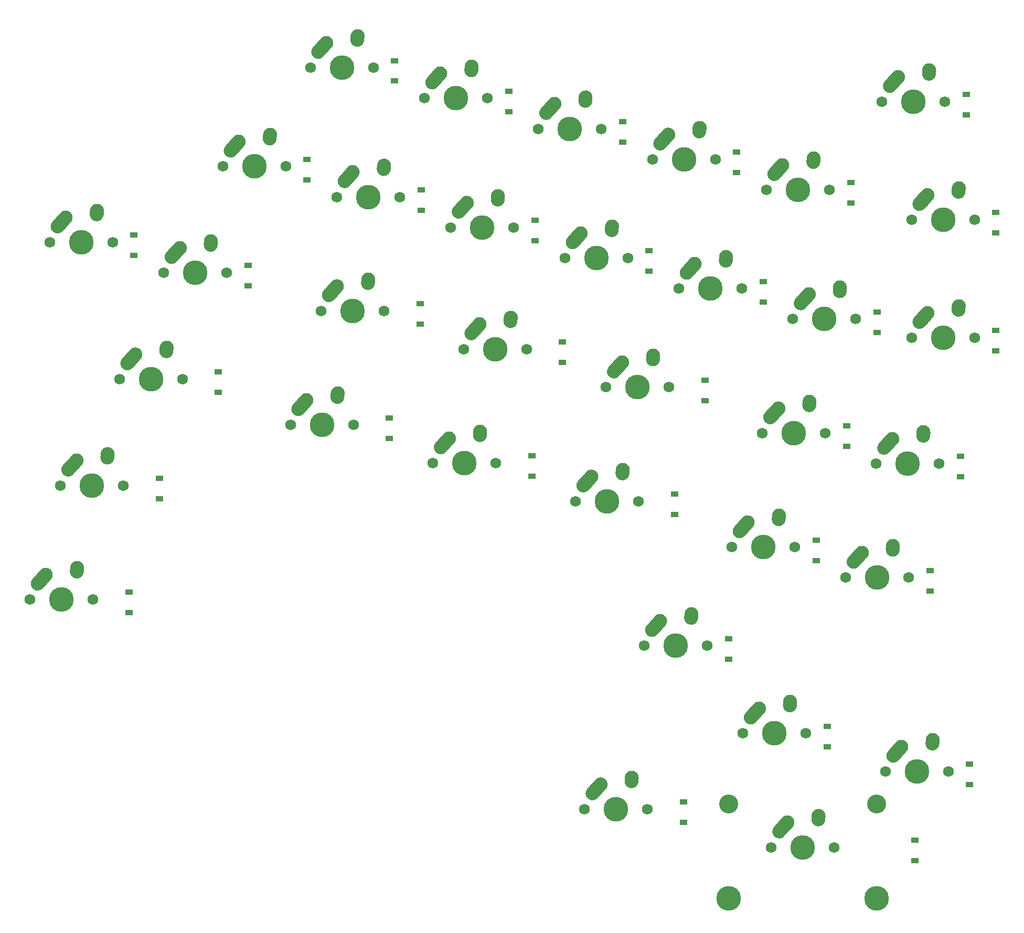
<source format=gbs>
G04 #@! TF.GenerationSoftware,KiCad,Pcbnew,(5.1.6)-1*
G04 #@! TF.CreationDate,2020-08-31T15:39:06-04:00*
G04 #@! TF.ProjectId,keyboard,6b657962-6f61-4726-942e-6b696361645f,rev?*
G04 #@! TF.SameCoordinates,Original*
G04 #@! TF.FileFunction,Soldermask,Bot*
G04 #@! TF.FilePolarity,Negative*
%FSLAX46Y46*%
G04 Gerber Fmt 4.6, Leading zero omitted, Abs format (unit mm)*
G04 Created by KiCad (PCBNEW (5.1.6)-1) date 2020-08-31 15:39:06*
%MOMM*%
%LPD*%
G01*
G04 APERTURE LIST*
%ADD10C,2.250000*%
%ADD11C,3.987800*%
%ADD12C,1.750000*%
%ADD13R,1.200000X0.900000*%
%ADD14C,3.048000*%
G04 APERTURE END LIST*
D10*
X272969126Y-141415000D03*
G36*
G01*
X270907809Y-143712345D02*
X270907809Y-143712345D01*
G75*
G02*
X270821781Y-142123683I751317J837345D01*
G01*
X272131783Y-140663683D01*
G75*
G02*
X273720445Y-140577655I837345J-751317D01*
G01*
X273720445Y-140577655D01*
G75*
G02*
X273806473Y-142166317I-751317J-837345D01*
G01*
X272496471Y-143626317D01*
G75*
G02*
X270907809Y-143712345I-837345J751317D01*
G01*
G37*
G36*
G01*
X277891723Y-142037334D02*
X277891723Y-142037334D01*
G75*
G02*
X276846792Y-140837597I77403J1122334D01*
G01*
X276886792Y-140257597D01*
G75*
G02*
X278086529Y-139212666I1122334J-77403D01*
G01*
X278086529Y-139212666D01*
G75*
G02*
X279131460Y-140412403I-77403J-1122334D01*
G01*
X279091460Y-140992403D01*
G75*
G02*
X277891723Y-142037334I-1122334J77403D01*
G01*
G37*
X278009126Y-140335000D03*
D11*
X275469126Y-145415000D03*
D12*
X270389126Y-145415000D03*
X280549126Y-145415000D03*
D13*
X283994126Y-144265000D03*
X283994126Y-147565000D03*
D10*
X291370013Y-146345503D03*
G36*
G01*
X289308696Y-148642848D02*
X289308696Y-148642848D01*
G75*
G02*
X289222668Y-147054186I751317J837345D01*
G01*
X290532670Y-145594186D01*
G75*
G02*
X292121332Y-145508158I837345J-751317D01*
G01*
X292121332Y-145508158D01*
G75*
G02*
X292207360Y-147096820I-751317J-837345D01*
G01*
X290897358Y-148556820D01*
G75*
G02*
X289308696Y-148642848I-837345J751317D01*
G01*
G37*
G36*
G01*
X296292610Y-146967837D02*
X296292610Y-146967837D01*
G75*
G02*
X295247679Y-145768100I77403J1122334D01*
G01*
X295287679Y-145188100D01*
G75*
G02*
X296487416Y-144143169I1122334J-77403D01*
G01*
X296487416Y-144143169D01*
G75*
G02*
X297532347Y-145342906I-77403J-1122334D01*
G01*
X297492347Y-145922906D01*
G75*
G02*
X296292610Y-146967837I-1122334J77403D01*
G01*
G37*
X296410013Y-145265503D03*
D11*
X293870013Y-150345503D03*
D12*
X288790013Y-150345503D03*
X298950013Y-150345503D03*
D13*
X302395013Y-149195503D03*
X302395013Y-152495503D03*
D10*
X365241686Y-146906117D03*
G36*
G01*
X363180369Y-149203462D02*
X363180369Y-149203462D01*
G75*
G02*
X363094341Y-147614800I751317J837345D01*
G01*
X364404343Y-146154800D01*
G75*
G02*
X365993005Y-146068772I837345J-751317D01*
G01*
X365993005Y-146068772D01*
G75*
G02*
X366079033Y-147657434I-751317J-837345D01*
G01*
X364769031Y-149117434D01*
G75*
G02*
X363180369Y-149203462I-837345J751317D01*
G01*
G37*
G36*
G01*
X370164283Y-147528451D02*
X370164283Y-147528451D01*
G75*
G02*
X369119352Y-146328714I77403J1122334D01*
G01*
X369159352Y-145748714D01*
G75*
G02*
X370359089Y-144703783I1122334J-77403D01*
G01*
X370359089Y-144703783D01*
G75*
G02*
X371404020Y-145903520I-77403J-1122334D01*
G01*
X371364020Y-146483520D01*
G75*
G02*
X370164283Y-147528451I-1122334J77403D01*
G01*
G37*
X370281686Y-145826117D03*
D11*
X367741686Y-150906117D03*
D12*
X362661686Y-150906117D03*
X372821686Y-150906117D03*
D13*
X376266686Y-149756117D03*
X376266686Y-153056117D03*
D10*
X258838179Y-157350636D03*
G36*
G01*
X256776862Y-159647981D02*
X256776862Y-159647981D01*
G75*
G02*
X256690834Y-158059319I751317J837345D01*
G01*
X258000836Y-156599319D01*
G75*
G02*
X259589498Y-156513291I837345J-751317D01*
G01*
X259589498Y-156513291D01*
G75*
G02*
X259675526Y-158101953I-751317J-837345D01*
G01*
X258365524Y-159561953D01*
G75*
G02*
X256776862Y-159647981I-837345J751317D01*
G01*
G37*
G36*
G01*
X263760776Y-157972970D02*
X263760776Y-157972970D01*
G75*
G02*
X262715845Y-156773233I77403J1122334D01*
G01*
X262755845Y-156193233D01*
G75*
G02*
X263955582Y-155148302I1122334J-77403D01*
G01*
X263955582Y-155148302D01*
G75*
G02*
X265000513Y-156348039I-77403J-1122334D01*
G01*
X264960513Y-156928039D01*
G75*
G02*
X263760776Y-157972970I-1122334J77403D01*
G01*
G37*
X263878179Y-156270636D03*
D11*
X261338179Y-161350636D03*
D12*
X256258179Y-161350636D03*
X266418179Y-161350636D03*
D13*
X269863179Y-160200636D03*
X269863179Y-163500636D03*
D10*
X277239066Y-162281138D03*
G36*
G01*
X275177749Y-164578483D02*
X275177749Y-164578483D01*
G75*
G02*
X275091721Y-162989821I751317J837345D01*
G01*
X276401723Y-161529821D01*
G75*
G02*
X277990385Y-161443793I837345J-751317D01*
G01*
X277990385Y-161443793D01*
G75*
G02*
X278076413Y-163032455I-751317J-837345D01*
G01*
X276766411Y-164492455D01*
G75*
G02*
X275177749Y-164578483I-837345J751317D01*
G01*
G37*
G36*
G01*
X282161663Y-162903472D02*
X282161663Y-162903472D01*
G75*
G02*
X281116732Y-161703735I77403J1122334D01*
G01*
X281156732Y-161123735D01*
G75*
G02*
X282356469Y-160078804I1122334J-77403D01*
G01*
X282356469Y-160078804D01*
G75*
G02*
X283401400Y-161278541I-77403J-1122334D01*
G01*
X283361400Y-161858541D01*
G75*
G02*
X282161663Y-162903472I-1122334J77403D01*
G01*
G37*
X282279066Y-161201138D03*
D11*
X279739066Y-166281138D03*
D12*
X274659066Y-166281138D03*
X284819066Y-166281138D03*
D13*
X288264066Y-165131138D03*
X288264066Y-168431138D03*
D10*
X295639953Y-167211641D03*
G36*
G01*
X293578636Y-169508986D02*
X293578636Y-169508986D01*
G75*
G02*
X293492608Y-167920324I751317J837345D01*
G01*
X294802610Y-166460324D01*
G75*
G02*
X296391272Y-166374296I837345J-751317D01*
G01*
X296391272Y-166374296D01*
G75*
G02*
X296477300Y-167962958I-751317J-837345D01*
G01*
X295167298Y-169422958D01*
G75*
G02*
X293578636Y-169508986I-837345J751317D01*
G01*
G37*
G36*
G01*
X300562550Y-167833975D02*
X300562550Y-167833975D01*
G75*
G02*
X299517619Y-166634238I77403J1122334D01*
G01*
X299557619Y-166054238D01*
G75*
G02*
X300757356Y-165009307I1122334J-77403D01*
G01*
X300757356Y-165009307D01*
G75*
G02*
X301802287Y-166209044I-77403J-1122334D01*
G01*
X301762287Y-166789044D01*
G75*
G02*
X300562550Y-167833975I-1122334J77403D01*
G01*
G37*
X300679953Y-166131641D03*
D11*
X298139953Y-171211641D03*
D12*
X293059953Y-171211641D03*
X303219953Y-171211641D03*
D13*
X306664953Y-170061641D03*
X306664953Y-173361641D03*
D10*
X309770900Y-151276006D03*
G36*
G01*
X307709583Y-153573351D02*
X307709583Y-153573351D01*
G75*
G02*
X307623555Y-151984689I751317J837345D01*
G01*
X308933557Y-150524689D01*
G75*
G02*
X310522219Y-150438661I837345J-751317D01*
G01*
X310522219Y-150438661D01*
G75*
G02*
X310608247Y-152027323I-751317J-837345D01*
G01*
X309298245Y-153487323D01*
G75*
G02*
X307709583Y-153573351I-837345J751317D01*
G01*
G37*
G36*
G01*
X314693497Y-151898340D02*
X314693497Y-151898340D01*
G75*
G02*
X313648566Y-150698603I77403J1122334D01*
G01*
X313688566Y-150118603D01*
G75*
G02*
X314888303Y-149073672I1122334J-77403D01*
G01*
X314888303Y-149073672D01*
G75*
G02*
X315933234Y-150273409I-77403J-1122334D01*
G01*
X315893234Y-150853409D01*
G75*
G02*
X314693497Y-151898340I-1122334J77403D01*
G01*
G37*
X314810900Y-150196006D03*
D11*
X312270900Y-155276006D03*
D12*
X307190900Y-155276006D03*
X317350900Y-155276006D03*
D13*
X320795900Y-154126006D03*
X320795900Y-157426006D03*
D10*
X328171787Y-156206508D03*
G36*
G01*
X326110470Y-158503853D02*
X326110470Y-158503853D01*
G75*
G02*
X326024442Y-156915191I751317J837345D01*
G01*
X327334444Y-155455191D01*
G75*
G02*
X328923106Y-155369163I837345J-751317D01*
G01*
X328923106Y-155369163D01*
G75*
G02*
X329009134Y-156957825I-751317J-837345D01*
G01*
X327699132Y-158417825D01*
G75*
G02*
X326110470Y-158503853I-837345J751317D01*
G01*
G37*
G36*
G01*
X333094384Y-156828842D02*
X333094384Y-156828842D01*
G75*
G02*
X332049453Y-155629105I77403J1122334D01*
G01*
X332089453Y-155049105D01*
G75*
G02*
X333289190Y-154004174I1122334J-77403D01*
G01*
X333289190Y-154004174D01*
G75*
G02*
X334334121Y-155203911I-77403J-1122334D01*
G01*
X334294121Y-155783911D01*
G75*
G02*
X333094384Y-156828842I-1122334J77403D01*
G01*
G37*
X333211787Y-155126508D03*
D11*
X330671787Y-160206508D03*
D12*
X325591787Y-160206508D03*
X335751787Y-160206508D03*
D13*
X339196787Y-159056508D03*
X339196787Y-162356508D03*
D10*
X346572674Y-161137011D03*
G36*
G01*
X344511357Y-163434356D02*
X344511357Y-163434356D01*
G75*
G02*
X344425329Y-161845694I751317J837345D01*
G01*
X345735331Y-160385694D01*
G75*
G02*
X347323993Y-160299666I837345J-751317D01*
G01*
X347323993Y-160299666D01*
G75*
G02*
X347410021Y-161888328I-751317J-837345D01*
G01*
X346100019Y-163348328D01*
G75*
G02*
X344511357Y-163434356I-837345J751317D01*
G01*
G37*
G36*
G01*
X351495271Y-161759345D02*
X351495271Y-161759345D01*
G75*
G02*
X350450340Y-160559608I77403J1122334D01*
G01*
X350490340Y-159979608D01*
G75*
G02*
X351690077Y-158934677I1122334J-77403D01*
G01*
X351690077Y-158934677D01*
G75*
G02*
X352735008Y-160134414I-77403J-1122334D01*
G01*
X352695008Y-160714414D01*
G75*
G02*
X351495271Y-161759345I-1122334J77403D01*
G01*
G37*
X351612674Y-160057011D03*
D11*
X349072674Y-165137011D03*
D12*
X343992674Y-165137011D03*
X354152674Y-165137011D03*
D13*
X357597674Y-163987011D03*
X357597674Y-167287011D03*
D10*
X370004186Y-165956117D03*
G36*
G01*
X367942869Y-168253462D02*
X367942869Y-168253462D01*
G75*
G02*
X367856841Y-166664800I751317J837345D01*
G01*
X369166843Y-165204800D01*
G75*
G02*
X370755505Y-165118772I837345J-751317D01*
G01*
X370755505Y-165118772D01*
G75*
G02*
X370841533Y-166707434I-751317J-837345D01*
G01*
X369531531Y-168167434D01*
G75*
G02*
X367942869Y-168253462I-837345J751317D01*
G01*
G37*
G36*
G01*
X374926783Y-166578451D02*
X374926783Y-166578451D01*
G75*
G02*
X373881852Y-165378714I77403J1122334D01*
G01*
X373921852Y-164798714D01*
G75*
G02*
X375121589Y-163753783I1122334J-77403D01*
G01*
X375121589Y-163753783D01*
G75*
G02*
X376166520Y-164953520I-77403J-1122334D01*
G01*
X376126520Y-165533520D01*
G75*
G02*
X374926783Y-166578451I-1122334J77403D01*
G01*
G37*
X375044186Y-164876117D03*
D11*
X372504186Y-169956117D03*
D12*
X367424186Y-169956117D03*
X377584186Y-169956117D03*
D13*
X381029186Y-168806117D03*
X381029186Y-172106117D03*
D10*
X230906568Y-169588394D03*
G36*
G01*
X228845251Y-171885739D02*
X228845251Y-171885739D01*
G75*
G02*
X228759223Y-170297077I751317J837345D01*
G01*
X230069225Y-168837077D01*
G75*
G02*
X231657887Y-168751049I837345J-751317D01*
G01*
X231657887Y-168751049D01*
G75*
G02*
X231743915Y-170339711I-751317J-837345D01*
G01*
X230433913Y-171799711D01*
G75*
G02*
X228845251Y-171885739I-837345J751317D01*
G01*
G37*
G36*
G01*
X235829165Y-170210728D02*
X235829165Y-170210728D01*
G75*
G02*
X234784234Y-169010991I77403J1122334D01*
G01*
X234824234Y-168430991D01*
G75*
G02*
X236023971Y-167386060I1122334J-77403D01*
G01*
X236023971Y-167386060D01*
G75*
G02*
X237068902Y-168585797I-77403J-1122334D01*
G01*
X237028902Y-169165797D01*
G75*
G02*
X235829165Y-170210728I-1122334J77403D01*
G01*
G37*
X235946568Y-168508394D03*
D11*
X233406568Y-173588394D03*
D12*
X228326568Y-173588394D03*
X238486568Y-173588394D03*
D13*
X241931568Y-172438394D03*
X241931568Y-175738394D03*
D10*
X249307455Y-174518897D03*
G36*
G01*
X247246138Y-176816242D02*
X247246138Y-176816242D01*
G75*
G02*
X247160110Y-175227580I751317J837345D01*
G01*
X248470112Y-173767580D01*
G75*
G02*
X250058774Y-173681552I837345J-751317D01*
G01*
X250058774Y-173681552D01*
G75*
G02*
X250144802Y-175270214I-751317J-837345D01*
G01*
X248834800Y-176730214D01*
G75*
G02*
X247246138Y-176816242I-837345J751317D01*
G01*
G37*
G36*
G01*
X254230052Y-175141231D02*
X254230052Y-175141231D01*
G75*
G02*
X253185121Y-173941494I77403J1122334D01*
G01*
X253225121Y-173361494D01*
G75*
G02*
X254424858Y-172316563I1122334J-77403D01*
G01*
X254424858Y-172316563D01*
G75*
G02*
X255469789Y-173516300I-77403J-1122334D01*
G01*
X255429789Y-174096300D01*
G75*
G02*
X254230052Y-175141231I-1122334J77403D01*
G01*
G37*
X254347455Y-173438897D03*
D11*
X251807455Y-178518897D03*
D12*
X246727455Y-178518897D03*
X256887455Y-178518897D03*
D13*
X260332455Y-177368897D03*
X260332455Y-180668897D03*
D10*
X274689813Y-180682025D03*
G36*
G01*
X272628496Y-182979370D02*
X272628496Y-182979370D01*
G75*
G02*
X272542468Y-181390708I751317J837345D01*
G01*
X273852470Y-179930708D01*
G75*
G02*
X275441132Y-179844680I837345J-751317D01*
G01*
X275441132Y-179844680D01*
G75*
G02*
X275527160Y-181433342I-751317J-837345D01*
G01*
X274217158Y-182893342D01*
G75*
G02*
X272628496Y-182979370I-837345J751317D01*
G01*
G37*
G36*
G01*
X279612410Y-181304359D02*
X279612410Y-181304359D01*
G75*
G02*
X278567479Y-180104622I77403J1122334D01*
G01*
X278607479Y-179524622D01*
G75*
G02*
X279807216Y-178479691I1122334J-77403D01*
G01*
X279807216Y-178479691D01*
G75*
G02*
X280852147Y-179679428I-77403J-1122334D01*
G01*
X280812147Y-180259428D01*
G75*
G02*
X279612410Y-181304359I-1122334J77403D01*
G01*
G37*
X279729813Y-179602025D03*
D11*
X277189813Y-184682025D03*
D12*
X272109813Y-184682025D03*
X282269813Y-184682025D03*
D13*
X288096063Y-183532025D03*
X288096063Y-186832025D03*
D10*
X314040840Y-172142144D03*
G36*
G01*
X311979523Y-174439489D02*
X311979523Y-174439489D01*
G75*
G02*
X311893495Y-172850827I751317J837345D01*
G01*
X313203497Y-171390827D01*
G75*
G02*
X314792159Y-171304799I837345J-751317D01*
G01*
X314792159Y-171304799D01*
G75*
G02*
X314878187Y-172893461I-751317J-837345D01*
G01*
X313568185Y-174353461D01*
G75*
G02*
X311979523Y-174439489I-837345J751317D01*
G01*
G37*
G36*
G01*
X318963437Y-172764478D02*
X318963437Y-172764478D01*
G75*
G02*
X317918506Y-171564741I77403J1122334D01*
G01*
X317958506Y-170984741D01*
G75*
G02*
X319158243Y-169939810I1122334J-77403D01*
G01*
X319158243Y-169939810D01*
G75*
G02*
X320203174Y-171139547I-77403J-1122334D01*
G01*
X320163174Y-171719547D01*
G75*
G02*
X318963437Y-172764478I-1122334J77403D01*
G01*
G37*
X319080840Y-171062144D03*
D11*
X316540840Y-176142144D03*
D12*
X311460840Y-176142144D03*
X321620840Y-176142144D03*
D13*
X325065840Y-174992144D03*
X325065840Y-178292144D03*
D10*
X332441727Y-177072647D03*
G36*
G01*
X330380410Y-179369992D02*
X330380410Y-179369992D01*
G75*
G02*
X330294382Y-177781330I751317J837345D01*
G01*
X331604384Y-176321330D01*
G75*
G02*
X333193046Y-176235302I837345J-751317D01*
G01*
X333193046Y-176235302D01*
G75*
G02*
X333279074Y-177823964I-751317J-837345D01*
G01*
X331969072Y-179283964D01*
G75*
G02*
X330380410Y-179369992I-837345J751317D01*
G01*
G37*
G36*
G01*
X337364324Y-177694981D02*
X337364324Y-177694981D01*
G75*
G02*
X336319393Y-176495244I77403J1122334D01*
G01*
X336359393Y-175915244D01*
G75*
G02*
X337559130Y-174870313I1122334J-77403D01*
G01*
X337559130Y-174870313D01*
G75*
G02*
X338604061Y-176070050I-77403J-1122334D01*
G01*
X338564061Y-176650050D01*
G75*
G02*
X337364324Y-177694981I-1122334J77403D01*
G01*
G37*
X337481727Y-175992647D03*
D11*
X334941727Y-181072647D03*
D12*
X329861727Y-181072647D03*
X340021727Y-181072647D03*
D13*
X343466727Y-179922647D03*
X343466727Y-183222647D03*
D10*
X350842614Y-182003150D03*
G36*
G01*
X348781297Y-184300495D02*
X348781297Y-184300495D01*
G75*
G02*
X348695269Y-182711833I751317J837345D01*
G01*
X350005271Y-181251833D01*
G75*
G02*
X351593933Y-181165805I837345J-751317D01*
G01*
X351593933Y-181165805D01*
G75*
G02*
X351679961Y-182754467I-751317J-837345D01*
G01*
X350369959Y-184214467D01*
G75*
G02*
X348781297Y-184300495I-837345J751317D01*
G01*
G37*
G36*
G01*
X355765211Y-182625484D02*
X355765211Y-182625484D01*
G75*
G02*
X354720280Y-181425747I77403J1122334D01*
G01*
X354760280Y-180845747D01*
G75*
G02*
X355960017Y-179800816I1122334J-77403D01*
G01*
X355960017Y-179800816D01*
G75*
G02*
X357004948Y-181000553I-77403J-1122334D01*
G01*
X356964948Y-181580553D01*
G75*
G02*
X355765211Y-182625484I-1122334J77403D01*
G01*
G37*
X355882614Y-180923150D03*
D11*
X353342614Y-186003150D03*
D12*
X348262614Y-186003150D03*
X358422614Y-186003150D03*
D13*
X361867614Y-184853150D03*
X361867614Y-188153150D03*
D10*
X370004186Y-185006117D03*
G36*
G01*
X367942869Y-187303462D02*
X367942869Y-187303462D01*
G75*
G02*
X367856841Y-185714800I751317J837345D01*
G01*
X369166843Y-184254800D01*
G75*
G02*
X370755505Y-184168772I837345J-751317D01*
G01*
X370755505Y-184168772D01*
G75*
G02*
X370841533Y-185757434I-751317J-837345D01*
G01*
X369531531Y-187217434D01*
G75*
G02*
X367942869Y-187303462I-837345J751317D01*
G01*
G37*
G36*
G01*
X374926783Y-185628451D02*
X374926783Y-185628451D01*
G75*
G02*
X373881852Y-184428714I77403J1122334D01*
G01*
X373921852Y-183848714D01*
G75*
G02*
X375121589Y-182803783I1122334J-77403D01*
G01*
X375121589Y-182803783D01*
G75*
G02*
X376166520Y-184003520I-77403J-1122334D01*
G01*
X376126520Y-184583520D01*
G75*
G02*
X374926783Y-185628451I-1122334J77403D01*
G01*
G37*
X375044186Y-183926117D03*
D11*
X372504186Y-189006117D03*
D12*
X367424186Y-189006117D03*
X377584186Y-189006117D03*
D13*
X381029186Y-187856117D03*
X381029186Y-191156117D03*
D10*
X242157980Y-191687158D03*
G36*
G01*
X240096663Y-193984503D02*
X240096663Y-193984503D01*
G75*
G02*
X240010635Y-192395841I751317J837345D01*
G01*
X241320637Y-190935841D01*
G75*
G02*
X242909299Y-190849813I837345J-751317D01*
G01*
X242909299Y-190849813D01*
G75*
G02*
X242995327Y-192438475I-751317J-837345D01*
G01*
X241685325Y-193898475D01*
G75*
G02*
X240096663Y-193984503I-837345J751317D01*
G01*
G37*
G36*
G01*
X247080577Y-192309492D02*
X247080577Y-192309492D01*
G75*
G02*
X246035646Y-191109755I77403J1122334D01*
G01*
X246075646Y-190529755D01*
G75*
G02*
X247275383Y-189484824I1122334J-77403D01*
G01*
X247275383Y-189484824D01*
G75*
G02*
X248320314Y-190684561I-77403J-1122334D01*
G01*
X248280314Y-191264561D01*
G75*
G02*
X247080577Y-192309492I-1122334J77403D01*
G01*
G37*
X247197980Y-190607158D03*
D11*
X244657980Y-195687158D03*
D12*
X239577980Y-195687158D03*
X249737980Y-195687158D03*
D13*
X255564230Y-194537158D03*
X255564230Y-197837158D03*
D10*
X269759311Y-199082912D03*
G36*
G01*
X267697994Y-201380257D02*
X267697994Y-201380257D01*
G75*
G02*
X267611966Y-199791595I751317J837345D01*
G01*
X268921968Y-198331595D01*
G75*
G02*
X270510630Y-198245567I837345J-751317D01*
G01*
X270510630Y-198245567D01*
G75*
G02*
X270596658Y-199834229I-751317J-837345D01*
G01*
X269286656Y-201294229D01*
G75*
G02*
X267697994Y-201380257I-837345J751317D01*
G01*
G37*
G36*
G01*
X274681908Y-199705246D02*
X274681908Y-199705246D01*
G75*
G02*
X273636977Y-198505509I77403J1122334D01*
G01*
X273676977Y-197925509D01*
G75*
G02*
X274876714Y-196880578I1122334J-77403D01*
G01*
X274876714Y-196880578D01*
G75*
G02*
X275921645Y-198080315I-77403J-1122334D01*
G01*
X275881645Y-198660315D01*
G75*
G02*
X274681908Y-199705246I-1122334J77403D01*
G01*
G37*
X274799311Y-198002912D03*
D11*
X272259311Y-203082912D03*
D12*
X267179311Y-203082912D03*
X277339311Y-203082912D03*
D13*
X283165561Y-201932912D03*
X283165561Y-205232912D03*
D10*
X297690922Y-186845154D03*
G36*
G01*
X295629605Y-189142499D02*
X295629605Y-189142499D01*
G75*
G02*
X295543577Y-187553837I751317J837345D01*
G01*
X296853579Y-186093837D01*
G75*
G02*
X298442241Y-186007809I837345J-751317D01*
G01*
X298442241Y-186007809D01*
G75*
G02*
X298528269Y-187596471I-751317J-837345D01*
G01*
X297218267Y-189056471D01*
G75*
G02*
X295629605Y-189142499I-837345J751317D01*
G01*
G37*
G36*
G01*
X302613519Y-187467488D02*
X302613519Y-187467488D01*
G75*
G02*
X301568588Y-186267751I77403J1122334D01*
G01*
X301608588Y-185687751D01*
G75*
G02*
X302808325Y-184642820I1122334J-77403D01*
G01*
X302808325Y-184642820D01*
G75*
G02*
X303853256Y-185842557I-77403J-1122334D01*
G01*
X303813256Y-186422557D01*
G75*
G02*
X302613519Y-187467488I-1122334J77403D01*
G01*
G37*
X302730922Y-185765154D03*
D11*
X300190922Y-190845154D03*
D12*
X295110922Y-190845154D03*
X305270922Y-190845154D03*
D13*
X311097172Y-189695154D03*
X311097172Y-192995154D03*
D10*
X292760419Y-205246041D03*
G36*
G01*
X290699102Y-207543386D02*
X290699102Y-207543386D01*
G75*
G02*
X290613074Y-205954724I751317J837345D01*
G01*
X291923076Y-204494724D01*
G75*
G02*
X293511738Y-204408696I837345J-751317D01*
G01*
X293511738Y-204408696D01*
G75*
G02*
X293597766Y-205997358I-751317J-837345D01*
G01*
X292287764Y-207457358D01*
G75*
G02*
X290699102Y-207543386I-837345J751317D01*
G01*
G37*
G36*
G01*
X297683016Y-205868375D02*
X297683016Y-205868375D01*
G75*
G02*
X296638085Y-204668638I77403J1122334D01*
G01*
X296678085Y-204088638D01*
G75*
G02*
X297877822Y-203043707I1122334J-77403D01*
G01*
X297877822Y-203043707D01*
G75*
G02*
X298922753Y-204243444I-77403J-1122334D01*
G01*
X298882753Y-204823444D01*
G75*
G02*
X297683016Y-205868375I-1122334J77403D01*
G01*
G37*
X297800419Y-204166041D03*
D11*
X295260419Y-209246041D03*
D12*
X290180419Y-209246041D03*
X300340419Y-209246041D03*
D13*
X306166669Y-208096041D03*
X306166669Y-211396041D03*
D10*
X320692031Y-193008282D03*
G36*
G01*
X318630714Y-195305627D02*
X318630714Y-195305627D01*
G75*
G02*
X318544686Y-193716965I751317J837345D01*
G01*
X319854688Y-192256965D01*
G75*
G02*
X321443350Y-192170937I837345J-751317D01*
G01*
X321443350Y-192170937D01*
G75*
G02*
X321529378Y-193759599I-751317J-837345D01*
G01*
X320219376Y-195219599D01*
G75*
G02*
X318630714Y-195305627I-837345J751317D01*
G01*
G37*
G36*
G01*
X325614628Y-193630616D02*
X325614628Y-193630616D01*
G75*
G02*
X324569697Y-192430879I77403J1122334D01*
G01*
X324609697Y-191850879D01*
G75*
G02*
X325809434Y-190805948I1122334J-77403D01*
G01*
X325809434Y-190805948D01*
G75*
G02*
X326854365Y-192005685I-77403J-1122334D01*
G01*
X326814365Y-192585685D01*
G75*
G02*
X325614628Y-193630616I-1122334J77403D01*
G01*
G37*
X325732031Y-191928282D03*
D11*
X323192031Y-197008282D03*
D12*
X318112031Y-197008282D03*
X328272031Y-197008282D03*
D13*
X334098281Y-195858282D03*
X334098281Y-199158282D03*
D10*
X345912111Y-200404037D03*
G36*
G01*
X343850794Y-202701382D02*
X343850794Y-202701382D01*
G75*
G02*
X343764766Y-201112720I751317J837345D01*
G01*
X345074768Y-199652720D01*
G75*
G02*
X346663430Y-199566692I837345J-751317D01*
G01*
X346663430Y-199566692D01*
G75*
G02*
X346749458Y-201155354I-751317J-837345D01*
G01*
X345439456Y-202615354D01*
G75*
G02*
X343850794Y-202701382I-837345J751317D01*
G01*
G37*
G36*
G01*
X350834708Y-201026371D02*
X350834708Y-201026371D01*
G75*
G02*
X349789777Y-199826634I77403J1122334D01*
G01*
X349829777Y-199246634D01*
G75*
G02*
X351029514Y-198201703I1122334J-77403D01*
G01*
X351029514Y-198201703D01*
G75*
G02*
X352074445Y-199401440I-77403J-1122334D01*
G01*
X352034445Y-199981440D01*
G75*
G02*
X350834708Y-201026371I-1122334J77403D01*
G01*
G37*
X350952111Y-199324037D03*
D11*
X348412111Y-204404037D03*
D12*
X343332111Y-204404037D03*
X353492111Y-204404037D03*
D13*
X356937111Y-203254037D03*
X356937111Y-206554037D03*
D10*
X364312998Y-205334539D03*
G36*
G01*
X362251681Y-207631884D02*
X362251681Y-207631884D01*
G75*
G02*
X362165653Y-206043222I751317J837345D01*
G01*
X363475655Y-204583222D01*
G75*
G02*
X365064317Y-204497194I837345J-751317D01*
G01*
X365064317Y-204497194D01*
G75*
G02*
X365150345Y-206085856I-751317J-837345D01*
G01*
X363840343Y-207545856D01*
G75*
G02*
X362251681Y-207631884I-837345J751317D01*
G01*
G37*
G36*
G01*
X369235595Y-205956873D02*
X369235595Y-205956873D01*
G75*
G02*
X368190664Y-204757136I77403J1122334D01*
G01*
X368230664Y-204177136D01*
G75*
G02*
X369430401Y-203132205I1122334J-77403D01*
G01*
X369430401Y-203132205D01*
G75*
G02*
X370475332Y-204331942I-77403J-1122334D01*
G01*
X370435332Y-204911942D01*
G75*
G02*
X369235595Y-205956873I-1122334J77403D01*
G01*
G37*
X369352998Y-204254539D03*
D11*
X366812998Y-209334539D03*
D12*
X361732998Y-209334539D03*
X371892998Y-209334539D03*
D13*
X375337998Y-208184539D03*
X375337998Y-211484539D03*
D10*
X232627256Y-208855419D03*
G36*
G01*
X230565939Y-211152764D02*
X230565939Y-211152764D01*
G75*
G02*
X230479911Y-209564102I751317J837345D01*
G01*
X231789913Y-208104102D01*
G75*
G02*
X233378575Y-208018074I837345J-751317D01*
G01*
X233378575Y-208018074D01*
G75*
G02*
X233464603Y-209606736I-751317J-837345D01*
G01*
X232154601Y-211066736D01*
G75*
G02*
X230565939Y-211152764I-837345J751317D01*
G01*
G37*
G36*
G01*
X237549853Y-209477753D02*
X237549853Y-209477753D01*
G75*
G02*
X236504922Y-208278016I77403J1122334D01*
G01*
X236544922Y-207698016D01*
G75*
G02*
X237744659Y-206653085I1122334J-77403D01*
G01*
X237744659Y-206653085D01*
G75*
G02*
X238789590Y-207852822I-77403J-1122334D01*
G01*
X238749590Y-208432822D01*
G75*
G02*
X237549853Y-209477753I-1122334J77403D01*
G01*
G37*
X237667256Y-207775419D03*
D11*
X235127256Y-212855419D03*
D12*
X230047256Y-212855419D03*
X240207256Y-212855419D03*
D13*
X246033506Y-211705419D03*
X246033506Y-215005419D03*
D10*
X315761528Y-211409169D03*
G36*
G01*
X313700211Y-213706514D02*
X313700211Y-213706514D01*
G75*
G02*
X313614183Y-212117852I751317J837345D01*
G01*
X314924185Y-210657852D01*
G75*
G02*
X316512847Y-210571824I837345J-751317D01*
G01*
X316512847Y-210571824D01*
G75*
G02*
X316598875Y-212160486I-751317J-837345D01*
G01*
X315288873Y-213620486D01*
G75*
G02*
X313700211Y-213706514I-837345J751317D01*
G01*
G37*
G36*
G01*
X320684125Y-212031503D02*
X320684125Y-212031503D01*
G75*
G02*
X319639194Y-210831766I77403J1122334D01*
G01*
X319679194Y-210251766D01*
G75*
G02*
X320878931Y-209206835I1122334J-77403D01*
G01*
X320878931Y-209206835D01*
G75*
G02*
X321923862Y-210406572I-77403J-1122334D01*
G01*
X321883862Y-210986572D01*
G75*
G02*
X320684125Y-212031503I-1122334J77403D01*
G01*
G37*
X320801528Y-210329169D03*
D11*
X318261528Y-215409169D03*
D12*
X313181528Y-215409169D03*
X323341528Y-215409169D03*
D13*
X329167778Y-214259169D03*
X329167778Y-217559169D03*
D10*
X340981609Y-218804924D03*
G36*
G01*
X338920292Y-221102269D02*
X338920292Y-221102269D01*
G75*
G02*
X338834264Y-219513607I751317J837345D01*
G01*
X340144266Y-218053607D01*
G75*
G02*
X341732928Y-217967579I837345J-751317D01*
G01*
X341732928Y-217967579D01*
G75*
G02*
X341818956Y-219556241I-751317J-837345D01*
G01*
X340508954Y-221016241D01*
G75*
G02*
X338920292Y-221102269I-837345J751317D01*
G01*
G37*
G36*
G01*
X345904206Y-219427258D02*
X345904206Y-219427258D01*
G75*
G02*
X344859275Y-218227521I77403J1122334D01*
G01*
X344899275Y-217647521D01*
G75*
G02*
X346099012Y-216602590I1122334J-77403D01*
G01*
X346099012Y-216602590D01*
G75*
G02*
X347143943Y-217802327I-77403J-1122334D01*
G01*
X347103943Y-218382327D01*
G75*
G02*
X345904206Y-219427258I-1122334J77403D01*
G01*
G37*
X346021609Y-217724924D03*
D11*
X343481609Y-222804924D03*
D12*
X338401609Y-222804924D03*
X348561609Y-222804924D03*
D13*
X352006609Y-221654924D03*
X352006609Y-224954924D03*
D10*
X359382496Y-223735426D03*
G36*
G01*
X357321179Y-226032771D02*
X357321179Y-226032771D01*
G75*
G02*
X357235151Y-224444109I751317J837345D01*
G01*
X358545153Y-222984109D01*
G75*
G02*
X360133815Y-222898081I837345J-751317D01*
G01*
X360133815Y-222898081D01*
G75*
G02*
X360219843Y-224486743I-751317J-837345D01*
G01*
X358909841Y-225946743D01*
G75*
G02*
X357321179Y-226032771I-837345J751317D01*
G01*
G37*
G36*
G01*
X364305093Y-224357760D02*
X364305093Y-224357760D01*
G75*
G02*
X363260162Y-223158023I77403J1122334D01*
G01*
X363300162Y-222578023D01*
G75*
G02*
X364499899Y-221533092I1122334J-77403D01*
G01*
X364499899Y-221533092D01*
G75*
G02*
X365544830Y-222732829I-77403J-1122334D01*
G01*
X365504830Y-223312829D01*
G75*
G02*
X364305093Y-224357760I-1122334J77403D01*
G01*
G37*
X364422496Y-222655426D03*
D11*
X361882496Y-227735426D03*
D12*
X356802496Y-227735426D03*
X366962496Y-227735426D03*
D13*
X370407496Y-226585426D03*
X370407496Y-229885426D03*
D10*
X227696753Y-227256306D03*
G36*
G01*
X225635436Y-229553651D02*
X225635436Y-229553651D01*
G75*
G02*
X225549408Y-227964989I751317J837345D01*
G01*
X226859410Y-226504989D01*
G75*
G02*
X228448072Y-226418961I837345J-751317D01*
G01*
X228448072Y-226418961D01*
G75*
G02*
X228534100Y-228007623I-751317J-837345D01*
G01*
X227224098Y-229467623D01*
G75*
G02*
X225635436Y-229553651I-837345J751317D01*
G01*
G37*
G36*
G01*
X232619350Y-227878640D02*
X232619350Y-227878640D01*
G75*
G02*
X231574419Y-226678903I77403J1122334D01*
G01*
X231614419Y-226098903D01*
G75*
G02*
X232814156Y-225053972I1122334J-77403D01*
G01*
X232814156Y-225053972D01*
G75*
G02*
X233859087Y-226253709I-77403J-1122334D01*
G01*
X233819087Y-226833709D01*
G75*
G02*
X232619350Y-227878640I-1122334J77403D01*
G01*
G37*
X232736753Y-226176306D03*
D11*
X230196753Y-231256306D03*
D12*
X225116753Y-231256306D03*
X235276753Y-231256306D03*
D13*
X241103003Y-230106306D03*
X241103003Y-233406306D03*
D10*
X326850662Y-234740559D03*
G36*
G01*
X324789345Y-237037904D02*
X324789345Y-237037904D01*
G75*
G02*
X324703317Y-235449242I751317J837345D01*
G01*
X326013319Y-233989242D01*
G75*
G02*
X327601981Y-233903214I837345J-751317D01*
G01*
X327601981Y-233903214D01*
G75*
G02*
X327688009Y-235491876I-751317J-837345D01*
G01*
X326378007Y-236951876D01*
G75*
G02*
X324789345Y-237037904I-837345J751317D01*
G01*
G37*
G36*
G01*
X331773259Y-235362893D02*
X331773259Y-235362893D01*
G75*
G02*
X330728328Y-234163156I77403J1122334D01*
G01*
X330768328Y-233583156D01*
G75*
G02*
X331968065Y-232538225I1122334J-77403D01*
G01*
X331968065Y-232538225D01*
G75*
G02*
X333012996Y-233737962I-77403J-1122334D01*
G01*
X332972996Y-234317962D01*
G75*
G02*
X331773259Y-235362893I-1122334J77403D01*
G01*
G37*
X331890662Y-233660559D03*
D11*
X329350662Y-238740559D03*
D12*
X324270662Y-238740559D03*
X334430662Y-238740559D03*
D13*
X337875662Y-237590559D03*
X337875662Y-240890559D03*
D10*
X317235936Y-261109264D03*
G36*
G01*
X315174619Y-263406609D02*
X315174619Y-263406609D01*
G75*
G02*
X315088591Y-261817947I751317J837345D01*
G01*
X316398593Y-260357947D01*
G75*
G02*
X317987255Y-260271919I837345J-751317D01*
G01*
X317987255Y-260271919D01*
G75*
G02*
X318073283Y-261860581I-751317J-837345D01*
G01*
X316763281Y-263320581D01*
G75*
G02*
X315174619Y-263406609I-837345J751317D01*
G01*
G37*
G36*
G01*
X322158533Y-261731598D02*
X322158533Y-261731598D01*
G75*
G02*
X321113602Y-260531861I77403J1122334D01*
G01*
X321153602Y-259951861D01*
G75*
G02*
X322353339Y-258906930I1122334J-77403D01*
G01*
X322353339Y-258906930D01*
G75*
G02*
X323398270Y-260106667I-77403J-1122334D01*
G01*
X323358270Y-260686667D01*
G75*
G02*
X322158533Y-261731598I-1122334J77403D01*
G01*
G37*
X322275936Y-260029264D03*
D11*
X319735936Y-265109264D03*
D12*
X314655936Y-265109264D03*
X324815936Y-265109264D03*
D13*
X330642186Y-263959264D03*
X330642186Y-267259264D03*
D10*
X342786298Y-248871506D03*
G36*
G01*
X340724981Y-251168851D02*
X340724981Y-251168851D01*
G75*
G02*
X340638953Y-249580189I751317J837345D01*
G01*
X341948955Y-248120189D01*
G75*
G02*
X343537617Y-248034161I837345J-751317D01*
G01*
X343537617Y-248034161D01*
G75*
G02*
X343623645Y-249622823I-751317J-837345D01*
G01*
X342313643Y-251082823D01*
G75*
G02*
X340724981Y-251168851I-837345J751317D01*
G01*
G37*
G36*
G01*
X347708895Y-249493840D02*
X347708895Y-249493840D01*
G75*
G02*
X346663964Y-248294103I77403J1122334D01*
G01*
X346703964Y-247714103D01*
G75*
G02*
X347903701Y-246669172I1122334J-77403D01*
G01*
X347903701Y-246669172D01*
G75*
G02*
X348948632Y-247868909I-77403J-1122334D01*
G01*
X348908632Y-248448909D01*
G75*
G02*
X347708895Y-249493840I-1122334J77403D01*
G01*
G37*
X347826298Y-247791506D03*
D11*
X345286298Y-252871506D03*
D12*
X340206298Y-252871506D03*
X350366298Y-252871506D03*
D13*
X353811298Y-251721506D03*
X353811298Y-255021506D03*
D10*
X365787407Y-255034634D03*
G36*
G01*
X363726090Y-257331979D02*
X363726090Y-257331979D01*
G75*
G02*
X363640062Y-255743317I751317J837345D01*
G01*
X364950064Y-254283317D01*
G75*
G02*
X366538726Y-254197289I837345J-751317D01*
G01*
X366538726Y-254197289D01*
G75*
G02*
X366624754Y-255785951I-751317J-837345D01*
G01*
X365314752Y-257245951D01*
G75*
G02*
X363726090Y-257331979I-837345J751317D01*
G01*
G37*
G36*
G01*
X370710004Y-255656968D02*
X370710004Y-255656968D01*
G75*
G02*
X369665073Y-254457231I77403J1122334D01*
G01*
X369705073Y-253877231D01*
G75*
G02*
X370904810Y-252832300I1122334J-77403D01*
G01*
X370904810Y-252832300D01*
G75*
G02*
X371949741Y-254032037I-77403J-1122334D01*
G01*
X371909741Y-254612037D01*
G75*
G02*
X370710004Y-255656968I-1122334J77403D01*
G01*
G37*
X370827407Y-253954634D03*
D11*
X368287407Y-259034634D03*
D12*
X363207407Y-259034634D03*
X373367407Y-259034634D03*
D13*
X376812407Y-257884634D03*
X376812407Y-261184634D03*
D10*
X347380795Y-267272392D03*
G36*
G01*
X345319478Y-269569737D02*
X345319478Y-269569737D01*
G75*
G02*
X345233450Y-267981075I751317J837345D01*
G01*
X346543452Y-266521075D01*
G75*
G02*
X348132114Y-266435047I837345J-751317D01*
G01*
X348132114Y-266435047D01*
G75*
G02*
X348218142Y-268023709I-751317J-837345D01*
G01*
X346908140Y-269483709D01*
G75*
G02*
X345319478Y-269569737I-837345J751317D01*
G01*
G37*
G36*
G01*
X352303392Y-267894726D02*
X352303392Y-267894726D01*
G75*
G02*
X351258461Y-266694989I77403J1122334D01*
G01*
X351298461Y-266114989D01*
G75*
G02*
X352498198Y-265070058I1122334J-77403D01*
G01*
X352498198Y-265070058D01*
G75*
G02*
X353543129Y-266269795I-77403J-1122334D01*
G01*
X353503129Y-266849795D01*
G75*
G02*
X352303392Y-267894726I-1122334J77403D01*
G01*
G37*
X352420795Y-266192392D03*
D11*
X349880795Y-271272392D03*
D12*
X344800795Y-271272392D03*
X354960795Y-271272392D03*
D14*
X337942795Y-264287392D03*
X361818795Y-264287392D03*
D11*
X337942795Y-279527392D03*
X361818795Y-279527392D03*
D13*
X367930795Y-270122392D03*
X367930795Y-273422392D03*
M02*

</source>
